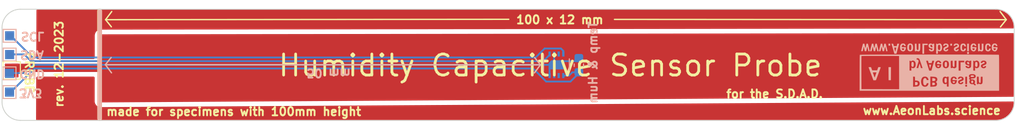
<source format=kicad_pcb>
(kicad_pcb (version 20221018) (generator pcbnew)
  (layers (0 "F.Cu" signal) (31 "B.Cu" signal) (34 "B.Paste" user) (35 "F.Paste" user) (36 "B.SilkS" user "B.Silkscreen") (37 "F.SilkS" user "F.Silkscreen") (38 "B.Mask" user) (39 "F.Mask" user) (44 "Edge.Cuts" user))
  (net 0 "")
  (net 1 "PROBE")
  (net 2 "GND")
  (net 3 "3V3")
  (net 4 "GPIO8_I2C_SDA")
  (net 6 "GPIO9_I2C_SCL")
  (footprint "TestPoint:TestPoint_Pad_1.5x1.5mm" (layer "F.Cu") (at 74.04 101.18)
    (fp_text reference "J2" hide)
    (fp_text value "Conn_01x01_Pin" hide)
    (pad "1" smd rect (at 0 0) (size 1.5 1.5) (layers "F.Cu" "F.Mask") (net 1 "PROBE"))
  )
  (footprint "TestPoint:TestPoint_Pad_1.0x1.0mm" (layer "B.Cu") (at 73.81 103.54 180)
    (fp_text reference "J5" hide)
    (fp_text value "Conn_01x01_Pin" hide)
    (pad "1" smd rect (at 0 0 180) (size 1 1) (layers "B.Cu" "B.Mask") (net 3 "3V3"))
  )
  (footprint "TestPoint:TestPoint_Pad_1.0x1.0mm" (layer "B.Cu") (at 73.82 97.39 180)
    (fp_text reference "J4" hide)
    (fp_text value "Conn_01x01_Pin" hide)
    (pad "1" smd rect (at 0 0 180) (size 1 1) (layers "B.Cu" "B.Mask") (net 6 "GPIO9_I2C_SCL"))
  )
  (footprint "AeonLabs Logos:aeonlabs science" (layer "B.Cu") (at 174.289702 100.771553)
    (fp_text reference "G***" hide)
    (fp_text value "LOGO" hide)
  )
  (footprint "TestPoint:TestPoint_Pad_1.0x1.0mm" (layer "B.Cu") (at 73.82 99.44 180)
    (fp_text reference "J3" hide)
    (fp_text value "Conn_01x01_Pin" hide)
    (pad "1" smd rect (at 0 0 180) (size 1 1) (layers "B.Cu" "B.Mask") (net 4 "GPIO8_I2C_SDA"))
  )
  (footprint "Capacitor_SMD:C_0603_1608Metric" (layer "B.Cu") (at 136 100.6 -90)
    (fp_text reference "IMUC1" hide)
    (fp_text value "100nF" hide)
    (pad "1" smd roundrect (at -0.775 0 270) (size 0.9 0.95) (layers "B.Cu" "B.Paste" "B.Mask") (net 2 "GND"))
    (pad "2" smd roundrect (at 0.775 0 270) (size 0.9 0.95) (layers "B.Cu" "B.Paste" "B.Mask") (net 3 "3V3"))
  )
  (footprint "TestPoint:TestPoint_Pad_1.0x1.0mm" (layer "B.Cu") (at 73.81 101.49 180)
    (fp_text reference "J6" hide)
    (fp_text value "Conn_01x01_Pin" hide)
    (pad "1" smd rect (at 0 0 180) (size 1 1) (layers "B.Cu" "B.Mask") (net 2 "GND"))
  )
  (footprint "AeonLabs_Sensors:Sensirion_DFN-8-1EP_2.5x2.5mm_P0.5mm_EP1.1x1.7mm" (layer "B.Cu") (at 133.55 100.56 -90)
    (fp_text reference "SH1" hide)
    (fp_text value "SHT31-DIS" hide)
    (pad "1" smd rect (at -1.175 0.75 270) (size 0.55 0.25) (layers "B.Cu" "B.Paste" "B.Mask") (net 4 "GPIO8_I2C_SDA"))
    (pad "2" smd rect (at -1.175 0.25 270) (size 0.55 0.25) (layers "B.Cu" "B.Paste" "B.Mask") (net 2 "GND"))
    (pad "3" smd rect (at -1.175 -0.25 270) (size 0.55 0.25) (layers "B.Cu" "B.Paste" "B.Mask"))
    (pad "4" smd rect (at -1.175 -0.75 90) (size 0.55 0.25) (layers "B.Cu" "B.Paste" "B.Mask") (net 6 "GPIO9_I2C_SCL"))
    (pad "5" smd rect (at 1.175 -0.75 270) (size 0.55 0.25) (layers "B.Cu" "B.Paste" "B.Mask") (net 3 "3V3"))
    (pad "6" smd rect (at 1.175 -0.25 270) (size 0.55 0.25) (layers "B.Cu" "B.Paste" "B.Mask"))
    (pad "7" smd rect (at 1.175 0.25 270) (size 0.55 0.25) (layers "B.Cu" "B.Paste" "B.Mask") (net 2 "GND"))
    (pad "8" smd rect (at 1.175 0.75 270) (size 0.55 0.25) (layers "B.Cu" "B.Paste" "B.Mask") (net 2 "GND"))
    (pad "9" smd custom (at 0 0 270) (size 1 1) (layers "B.Cu" "B.Mask") (net 2 "GND") (options (clearance outline) (anchor circle)) (primitives (gr_poly (pts (xy 0.5 -0.85) (xy -0.5 -0.85) (xy -0.5 0.55) (xy -0.2 0.85) (xy 0.5 0.85)) (width 0) (fill yes))))
  )
  (gr_line (start 83.67 94.69) (end 83.65 106.42) (stroke (width 0.5)) (layer "B.SilkS"))
  (gr_line (start 84.945 101.435) (end 84.275 100.545) (stroke (width 0.15)) (layer "B.SilkS"))
  (gr_line (start 84.905 99.765) (end 84.275 100.545) (stroke (width 0.15)) (layer "B.SilkS"))
  (gr_line (start 131.135 101.45) (end 131.805 100.56) (stroke (width 0.15)) (layer "B.SilkS"))
  (gr_line (start 131.175 99.78) (end 131.805 100.56) (stroke (width 0.15)) (layer "B.SilkS"))
  (gr_line (start 131.81 100.56) (end 84.275 100.545) (stroke (width 0.15)) (layer "B.SilkS"))
  (gr_line (start 84.3 95.63) (end 84.97 94.74) (stroke (width 0.15)) (layer "F.SilkS"))
  (gr_line (start 84.3 95.63) (end 84.93 96.41) (stroke (width 0.15)) (layer "F.SilkS"))
  (gr_line (start 182.69 95.63) (end 182.06 96.41) (stroke (width 0.15)) (layer "F.SilkS"))
  (gr_line (start 84.3 95.63) (end 128.34 95.59) (stroke (width 0.15)) (layer "F.SilkS"))
  (gr_line (start 139.89 95.6) (end 182.69 95.63) (stroke (width 0.15)) (layer "F.SilkS"))
  (gr_line (start 83.65 106.42) (end 83.63 94.69) (stroke (width 0.5)) (layer "F.SilkS"))
  (gr_line (start 182.69 95.63) (end 182.02 94.74) (stroke (width 0.15)) (layer "F.SilkS"))
  (gr_line (start 183.56 96.49) (end 183.56 104.63) (stroke (width 0.1)) (layer "Edge.Cuts"))
  (gr_arc (start 74.99 106.63) (mid 73.575786 106.044214) (end 72.99 104.63) (stroke (width 0.1)) (layer "Edge.Cuts"))
  (gr_arc (start 72.99 96.49) (mid 73.575786 95.075786) (end 74.99 94.49) (stroke (width 0.1)) (layer "Edge.Cuts"))
  (gr_line (start 181.56 106.63) (end 74.99 106.63) (stroke (width 0.1)) (layer "Edge.Cuts"))
  (gr_arc (start 183.56 104.63) (mid 182.974214 106.044214) (end 181.56 106.63) (stroke (width 0.1)) (layer "Edge.Cuts"))
  (gr_line (start 74.99 94.49) (end 181.56 94.49) (stroke (width 0.1)) (layer "Edge.Cuts"))
  (gr_arc (start 181.56 94.49) (mid 182.974214 95.075786) (end 183.56 96.49) (stroke (width 0.1)) (layer "Edge.Cuts"))
  (gr_line (start 72.99 104.63) (end 72.99 96.49) (stroke (width 0.1)) (layer "Edge.Cuts"))
  (gr_text "3V3" (at 76.11 103.64 180) (layer "B.SilkS") (effects (font (size 0.9 0.9) (thickness 0.2)) (justify mirror)))
  (gr_text "GND" (at 76.28 101.56 180) (layer "B.SilkS") (effects (font (size 0.9 0.9) (thickness 0.2)) (justify mirror)))
  (gr_text "Temp & Hum" (at 137.55 100.31 90) (layer "B.SilkS") (effects (font (size 0.9 0.9) (thickness 0.2)) (justify mirror)))
  (gr_text "SDA" (at 76.26 99.47 180) (layer "B.SilkS") (effects (font (size 0.9 0.9) (thickness 0.2)) (justify mirror)))
  (gr_text "SCL" (at 76.32 97.45 180) (layer "B.SilkS") (effects (font (size 0.9 0.9) (thickness 0.2)) (justify mirror)))
  (gr_text "50 mm" (at 108.66 101.46 180) (layer "B.SilkS") (effects (font (size 0.9 0.9) (thickness 0.2)) (justify mirror)))
  (gr_text "made for specimens with 100mm height" (at 98.3 105.67) (layer "F.SilkS") (effects (font (size 0.9 0.9) (thickness 0.2))))
  (gr_text "PROBE" (at 75.96 101.41 -90) (layer "F.SilkS") (effects (font (size 0.9 0.9) (thickness 0.2))))
  (gr_text "for the S.D.A.D." (at 157.38 103.74) (layer "F.SilkS") (effects (font (size 0.9 0.9) (thickness 0.2))))
  (gr_text "Humidity Capacitive Sensor Probe" (at 132.88 100.63) (layer "F.SilkS") (effects (font (size 2.3 2.3) (thickness 0.3))))
  (gr_text "100 x 12 mm" (at 133.92 95.64) (layer "F.SilkS") (effects (font (size 0.9 0.9) (thickness 0.2))))
  (gr_text "rev. 12-2023" (at 79.22 100.48 90) (layer "F.SilkS") (effects (font (size 0.9 0.9) (thickness 0.2))))
  (gr_text "www.AeonLabs.science" (at 174.55 105.55) (layer "F.SilkS") (effects (font (size 0.9 0.9) (thickness 0.2))))
  (segment (start 74.14 100.89) (end 110.953772 100.89) (width 0.9) (layer "F.Cu") (net 1))
  (segment (start 133.95 100.16) (end 135.665 100.16) (width 0.2) (layer "B.Cu") (net 2))
  (segment (start 132.8 101.7525) (end 132.8 100.8275) (width 0.2) (layer "B.Cu") (net 2))
  (segment (start 135.665 100.16) (end 136 99.825) (width 0.2) (layer "B.Cu") (net 2))
  (segment (start 133.3 100.31) (end 133.55 100.56) (width 0.2) (layer "B.Cu") (net 2))
  (segment (start 75.464314 101.46) (end 73.84 101.46) (width 0.2) (layer "B.Cu") (net 2))
  (segment (start 133.3 101.735) (end 133.3 100.81) (width 0.2) (layer "B.Cu") (net 2))
  (segment (start 73.84 101.46) (end 73.81 101.49) (width 0.2) (layer "B.Cu") (net 2))
  (segment (start 133.3 99.385) (end 133.3 100.31) (width 0.2) (layer "B.Cu") (net 2))
  (segment (start 133.55 100.56) (end 76.364314 100.56) (width 0.2) (layer "B.Cu") (net 2))
  (segment (start 133.55 100.56) (end 133.95 100.16) (width 0.2) (layer "B.Cu") (net 2))
  (segment (start 76.364314 100.56) (end 75.464314 101.46) (width 0.2) (layer "B.Cu") (net 2))
  (segment (start 133.3 100.81) (end 133.55 100.56) (width 0.2) (layer "B.Cu") (net 2))
  (segment (start 134.3 101.735) (end 134.925 101.735) (width 0.2) (layer "B.Cu") (net 3))
  (segment (start 136 101.47) (end 135.08 102.39) (width 0.2) (layer "B.Cu") (net 3))
  (segment (start 76.53 100.96) (end 73.95 103.54) (width 0.2) (layer "B.Cu") (net 3))
  (segment (start 136 101.375) (end 136 101.47) (width 0.2) (layer "B.Cu") (net 3))
  (segment (start 135.08 102.39) (end 132.43 102.39) (width 0.2) (layer "B.Cu") (net 3))
  (segment (start 135.285 101.375) (end 136 101.375) (width 0.2) (layer "B.Cu") (net 3))
  (segment (start 73.95 103.54) (end 73.81 103.54) (width 0.2) (layer "B.Cu") (net 3))
  (segment (start 131 100.96) (end 76.53 100.96) (width 0.2) (layer "B.Cu") (net 3))
  (segment (start 134.925 101.735) (end 135.285 101.375) (width 0.2) (layer "B.Cu") (net 3))
  (segment (start 132.43 102.39) (end 131 100.96) (width 0.2) (layer "B.Cu") (net 3))
  (segment (start 73.81 99.43) (end 73.81 99.07) (width 0.2) (layer "B.Cu") (net 4))
  (segment (start 132.8 99.48) (end 132.12 100.16) (width 0.2) (layer "B.Cu") (net 4))
  (segment (start 132.12 100.16) (end 76.154314 100.16) (width 0.2) (layer "B.Cu") (net 4))
  (segment (start 132.8 99.385) (end 132.8 99.48) (width 0.2) (layer "B.Cu") (net 4))
  (segment (start 76.154314 100.16) (end 75.414314 99.42) (width 0.2) (layer "B.Cu") (net 4))
  (segment (start 75.414314 99.42) (end 73.84 99.42) (width 0.2) (layer "B.Cu") (net 4))
  (segment (start 73.84 99.42) (end 73.82 99.44) (width 0.2) (layer "B.Cu") (net 4))
  (segment (start 73.82 99.44) (end 73.81 99.43) (width 0.2) (layer "B.Cu") (net 4))
  (segment (start 134.3 99.04) (end 134.04 98.78) (width 0.2) (layer "B.Cu") (net 6))
  (segment (start 76.32 99.76) (end 73.81 97.25) (width 0.2) (layer "B.Cu") (net 6))
  (segment (start 131.28 99.76) (end 76.32 99.76) (width 0.2) (layer "B.Cu") (net 6))
  (segment (start 134.3 99.385) (end 134.3 99.04) (width 0.2) (layer "B.Cu") (net 6))
  (segment (start 132.26 98.78) (end 131.28 99.76) (width 0.2) (layer "B.Cu") (net 6))
  (segment (start 134.04 98.78) (end 132.26 98.78) (width 0.2) (layer "B.Cu") (net 6))
  (segment (start 73.81 97.25) (end 73.81 97.02) (width 0.2) (layer "B.Cu") (net 6))
  (zone (net 0) (net_name "") (layer "F.Cu") (connect_pads (clearance 0.508)) (min_thickness 0.254) (fill yes (thermal_gap 0.508) (thermal_bridge_width 0.508))
    (polygon (pts (xy 76.75 93.48) (xy 184.51 93.57) (xy 184.65 107.71) (xy 76.7 107.92)))
  )
  (zone (net 1) (net_name "PROBE") (layer "F.Cu") (priority 1) (connect_pads (clearance 0.5)) (min_thickness 0.25) (fill yes (thermal_gap 0.5) (thermal_bridge_width 0.5) (island_removal_mode 1) (island_area_min 10))
    (polygon (pts (xy 183.75 97.1) (xy 83.63 97.23) (xy 83.62 104.67) (xy 183.77 104.05)))
  )
)
</source>
